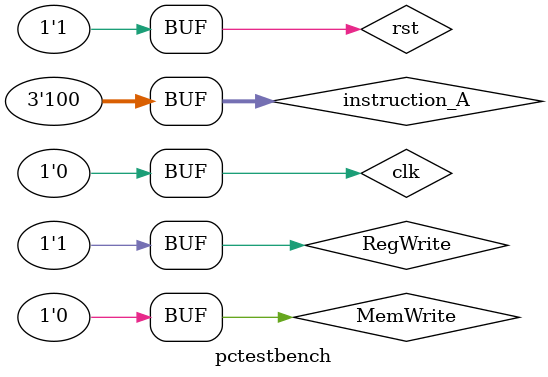
<source format=sv>
module pctestbench();
	logic clk, rst;
	logic[2:0] instruction_A;
	logic RegWrite, MemWrite;
	logic[31:0] probe_register_file;
	logic[31:0] probe_data_memory;
	
	pc bob(clk, rst, instruction_A, RegWrite, MemWrite, probe_register_file, probe_data_memory);
	
	parameter PERIOD = 10;
	always begin
		 clk = 1'b1; 
		 #(PERIOD);

		 clk = 1'b0;
		 #(PERIOD);
	end
	
	initial begin
		rst = 0;
		#(50);
		rst = 1;
	end
	
	initial begin
		#(50);
		//instruction_A = 0; RegWrite = 0; MemWrite = 0; #80;
		instruction_A = 1; RegWrite = 1; MemWrite = 0; #80;
		instruction_A = 2; RegWrite = 0; MemWrite = 1; #80;
		instruction_A = 3; RegWrite = 1; MemWrite = 0; #80;
		instruction_A = 4; RegWrite = 1; MemWrite = 0; #80;
	end
endmodule

</source>
